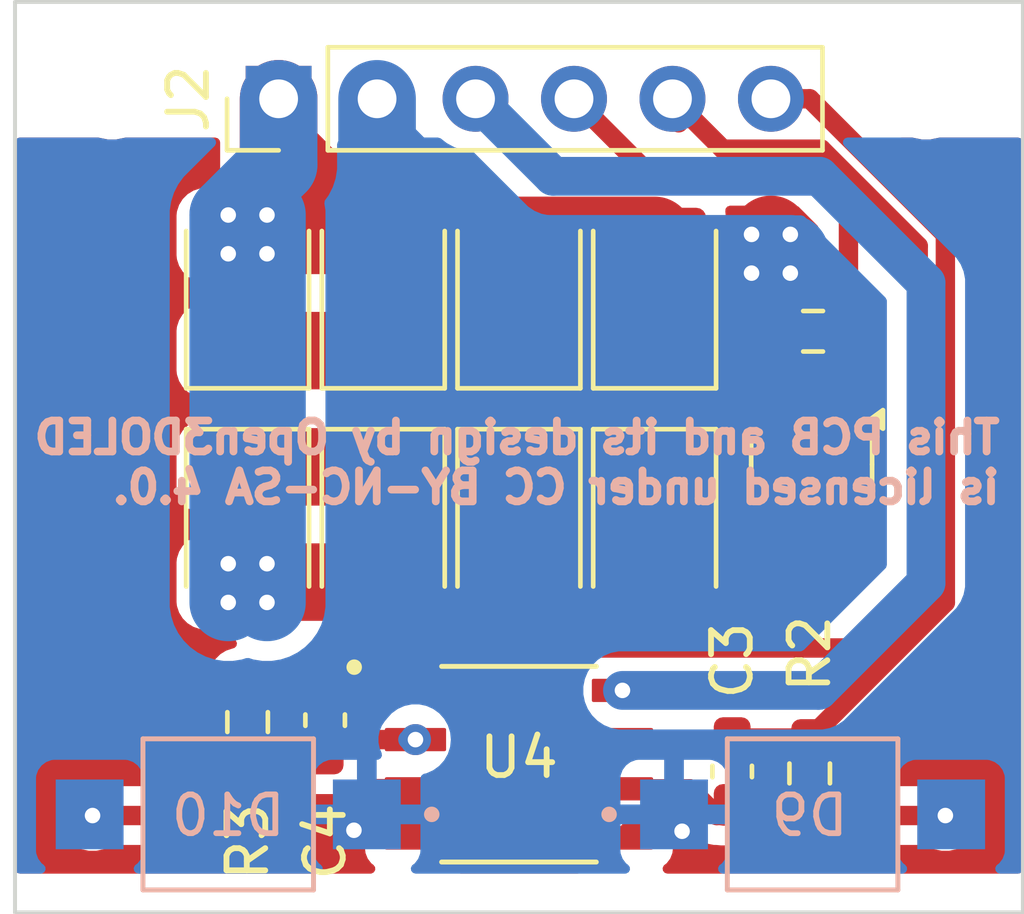
<source format=kicad_pcb>
(kicad_pcb (version 20240108) (generator "pcbnew") (generator_version "8.0")
  (layers (0 "F.Cu" signal) (31 "B.Cu" signal) (34 "B.Paste" user) (35 "F.Paste" user) (36 "B.SilkS" user "B.Silkscreen") (37 "F.SilkS" user "F.Silkscreen") (38 "B.Mask" user) (39 "F.Mask" user) (44 "Edge.Cuts" user))
  (net 0 "")
  (net 1 "Net-(U4-VINB-)")
  (net 2 "Net-(U4-VINA-)")
  (net 3 "/RIGHT_SIGNAL_2")
  (net 4 "/LEFT_SIGNAL_2")
  (net 5 "/LED_POWER_2")
  (net 6 "GND2")
  (net 7 "/LED_CONTROL_2")
  (net 8 "/VCC_2")
  (net 9 "/LED_MOSFET_2")
  (footprint "Resistor_SMD:R_0603_1608Metric_Pad0.98x0.95mm_HandSolder" (layer "F.Cu") (at 112.0875 93.5 180)
    (property "Reference" "R1" (hide yes))
    (property "Value" "1000" (hide yes))
    (fp_line (start -0.254724 0.5225) (end 0.254724 0.5225) (stroke (width 0.12)) (layer "F.SilkS"))
    (fp_line (start -0.254724 -0.5225) (end 0.254724 -0.5225) (stroke (width 0.12)) (layer "F.SilkS"))
    (pad "1" smd roundrect (at -0.9125 0 180) (size 0.975 0.95) (layers "F.Cu" "F.Paste" "F.Mask") (net 7 "/LED_CONTROL_2"))
    (pad "2" smd roundrect (at 0.9125 0 180) (size 0.975 0.95) (layers "F.Cu" "F.Paste" "F.Mask") (net 6 "GND2"))
  )
  (footprint "LED_SMD:LED_1210_3225Metric_Pad1.42x2.65mm_HandSolder" (layer "F.Cu") (at 101 92.5125 90)
    (property "Reference" "D6" (hide yes))
    (property "Value" "LED" (hide yes))
    (fp_line (start 1.6 -1.585) (end -2.46 -1.585) (stroke (width 0.12)) (layer "F.SilkS"))
    (fp_line (start -2.46 -1.585) (end -2.46 1.585) (stroke (width 0.12)) (layer "F.SilkS"))
    (fp_line (start -2.46 1.585) (end 1.6 1.585) (stroke (width 0.12)) (layer "F.SilkS"))
    (pad "1" smd roundrect (at -1.4875 0 90) (size 1.425 2.65) (layers "F.Cu" "F.Paste" "F.Mask") (roundrect_rratio 0.175439) (net 9 "/LED_MOSFET_2"))
    (pad "2" smd roundrect (at 1.4875 0 90) (size 1.425 2.65) (layers "F.Cu" "F.Paste" "F.Mask") (roundrect_rratio 0.175439) (net 5 "/LED_POWER_2"))
  )
  (footprint "LED_SMD:LED_1210_3225Metric_Pad1.42x2.65mm_HandSolder" (layer "F.Cu") (at 104.5 92.5125 90)
    (property "Reference" "D7" (hide yes))
    (property "Value" "LED" (hide yes))
    (fp_line (start 1.6 -1.585) (end -2.46 -1.585) (stroke (width 0.12)) (layer "F.SilkS"))
    (fp_line (start -2.46 -1.585) (end -2.46 1.585) (stroke (width 0.12)) (layer "F.SilkS"))
    (fp_line (start -2.46 1.585) (end 1.6 1.585) (stroke (width 0.12)) (layer "F.SilkS"))
    (pad "1" smd roundrect (at -1.4875 0 90) (size 1.425 2.65) (layers "F.Cu" "F.Paste" "F.Mask") (roundrect_rratio 0.175439) (net 9 "/LED_MOSFET_2"))
    (pad "2" smd roundrect (at 1.4875 0 90) (size 1.425 2.65) (layers "F.Cu" "F.Paste" "F.Mask") (roundrect_rratio 0.175439) (net 5 "/LED_POWER_2"))
  )
  (footprint "LED_SMD:LED_1210_3225Metric_Pad1.42x2.65mm_HandSolder" (layer "F.Cu") (at 97.5 92.5125 90)
    (property "Reference" "D5" (hide yes))
    (property "Value" "LED" (hide yes))
    (fp_line (start 1.6 -1.585) (end -2.46 -1.585) (stroke (width 0.12)) (layer "F.SilkS"))
    (fp_line (start -2.46 -1.585) (end -2.46 1.585) (stroke (width 0.12)) (layer "F.SilkS"))
    (fp_line (start -2.46 1.585) (end 1.6 1.585) (stroke (width 0.12)) (layer "F.SilkS"))
    (pad "1" smd roundrect (at -1.4875 0 90) (size 1.425 2.65) (layers "F.Cu" "F.Paste" "F.Mask") (roundrect_rratio 0.175439) (net 9 "/LED_MOSFET_2"))
    (pad "2" smd roundrect (at 1.4875 0 90) (size 1.425 2.65) (layers "F.Cu" "F.Paste" "F.Mask") (roundrect_rratio 0.175439) (net 5 "/LED_POWER_2"))
  )
  (footprint "LED_SMD:LED_1210_3225Metric_Pad1.42x2.65mm_HandSolder" (layer "F.Cu") (at 108 98.4875 -90)
    (property "Reference" "D1" (hide yes))
    (property "Value" "LED" (hide yes))
    (fp_line (start -2.46 1.585) (end 1.6 1.585) (stroke (width 0.12)) (layer "F.SilkS"))
    (fp_line (start -2.46 -1.585) (end -2.46 1.585) (stroke (width 0.12)) (layer "F.SilkS"))
    (fp_line (start 1.6 -1.585) (end -2.46 -1.585) (stroke (width 0.12)) (layer "F.SilkS"))
    (pad "1" smd roundrect (at -1.4875 0 270) (size 1.425 2.65) (layers "F.Cu" "F.Paste" "F.Mask") (roundrect_rratio 0.175439) (net 9 "/LED_MOSFET_2"))
    (pad "2" smd roundrect (at 1.4875 0 270) (size 1.425 2.65) (layers "F.Cu" "F.Paste" "F.Mask") (roundrect_rratio 0.175439) (net 5 "/LED_POWER_2"))
  )
  (footprint "Package_TO_SOT_SMD:SOT-23" (layer "F.Cu") (at 112.05 96.9375 -90)
    (property "Reference" "Q1" (hide yes))
    (property "Value" "AO3400A" (hide yes))
    (fp_line (start 0 1.56) (end -0.65 1.56) (stroke (width 0.12)) (layer "F.SilkS"))
    (fp_line (start 0 1.56) (end 0.65 1.56) (stroke (width 0.12)) (layer "F.SilkS"))
    (fp_line (start 0 -1.56) (end -0.65 -1.56) (stroke (width 0.12)) (layer "F.SilkS"))
    (fp_line (start 0 -1.56) (end 0.65 -1.56) (stroke (width 0.12)) (layer "F.SilkS"))
    (fp_poly (pts (xy -1.1625 -1.51) (xy -1.4025 -1.84) (xy -0.9225 -1.84) (xy -1.1625 -1.51)) (stroke (width 0.12)) (fill solid) (layer "F.SilkS"))
    (pad "1" smd roundrect (at -0.9375 -0.95 270) (size 1.475 0.6) (layers "F.Cu" "F.Paste" "F.Mask") (net 7 "/LED_CONTROL_2"))
    (pad "2" smd roundrect (at -0.9375 0.95 270) (size 1.475 0.6) (layers "F.Cu" "F.Paste" "F.Mask") (net 6 "GND2"))
    (pad "3" smd roundrect (at 0.9375 0 270) (size 1.475 0.6) (layers "F.Cu" "F.Paste" "F.Mask") (net 9 "/LED_MOSFET_2"))
  )
  (footprint "Capacitor_SMD:C_0603_1608Metric_Pad1.08x0.95mm_HandSolder" (layer "F.Cu") (at 99.5 103.5375 -90)
    (property "Reference" "C4" (at 3.1375 0 90) (layer "F.SilkS"))
    (property "Value" "47pF" (hide yes))
    (fp_line (start -0.146267 0.51) (end 0.146267 0.51) (stroke (width 0.12)) (layer "F.SilkS"))
    (fp_line (start -0.146267 -0.51) (end 0.146267 -0.51) (stroke (width 0.12)) (layer "F.SilkS"))
    (pad "1" smd roundrect (at -0.8625 0 270) (size 1.075 0.95) (layers "F.Cu" "F.Paste" "F.Mask") (net 4 "/LEFT_SIGNAL_2"))
    (pad "2" smd roundrect (at 0.8625 0 270) (size 1.075 0.95) (layers "F.Cu" "F.Paste" "F.Mask") (net 2 "Net-(U4-VINA-)"))
  )
  (footprint "Library:MountingHole_1.6mm_M1.4_ISO7380" (layer "F.Cu") (at 94 87.5)
    (property "Reference" "H3" (hide yes))
    (property "Value" "MountingHole" (hide yes))
    (pad "" np_thru_hole circle (at 0 0) (size 1.6 1.6) (drill 1.6) (layers "F&B.Cu" "*.Mask"))
  )
  (footprint "Capacitor_SMD:C_0603_1608Metric_Pad1.08x0.95mm_HandSolder" (layer "F.Cu") (at 110 104.8625 90)
    (property "Reference" "C3" (at 2.8625 0 -90) (layer "F.SilkS"))
    (property "Value" "47pF" (hide yes))
    (fp_line (start -0.146267 -0.51) (end 0.146267 -0.51) (stroke (width 0.12)) (layer "F.SilkS"))
    (fp_line (start -0.146267 0.51) (end 0.146267 0.51) (stroke (width 0.12)) (layer "F.SilkS"))
    (pad "1" smd roundrect (at -0.8625 0 90) (size 1.075 0.95) (layers "F.Cu" "F.Paste" "F.Mask") (net 1 "Net-(U4-VINB-)"))
    (pad "2" smd roundrect (at 0.8625 0 90) (size 1.075 0.95) (layers "F.Cu" "F.Paste" "F.Mask") (net 3 "/RIGHT_SIGNAL_2"))
  )
  (footprint "LED_SMD:LED_1210_3225Metric_Pad1.42x2.65mm_HandSolder" (layer "F.Cu") (at 97.5 98.4875 -90)
    (property "Reference" "D4" (hide yes))
    (property "Value" "LED" (hide yes))
    (fp_line (start -2.46 1.585) (end 1.6 1.585) (stroke (width 0.12)) (layer "F.SilkS"))
    (fp_line (start -2.46 -1.585) (end -2.46 1.585) (stroke (width 0.12)) (layer "F.SilkS"))
    (fp_line (start 1.6 -1.585) (end -2.46 -1.585) (stroke (width 0.12)) (layer "F.SilkS"))
    (pad "1" smd roundrect (at -1.4875 0 270) (size 1.425 2.65) (layers "F.Cu" "F.Paste" "F.Mask") (roundrect_rratio 0.175439) (net 9 "/LED_MOSFET_2"))
    (pad "2" smd roundrect (at 1.4875 0 270) (size 1.425 2.65) (layers "F.Cu" "F.Paste" "F.Mask") (roundrect_rratio 0.175439) (net 5 "/LED_POWER_2"))
  )
  (footprint "Resistor_SMD:R_0603_1608Metric_Pad0.98x0.95mm_HandSolder" (layer "F.Cu") (at 97.5 103.5875 90)
    (property "Reference" "R3" (at -3.0875 0 -90) (layer "F.SilkS"))
    (property "Value" "510k" (hide yes))
    (fp_line (start -0.254724 -0.5225) (end 0.254724 -0.5225) (stroke (width 0.12)) (layer "F.SilkS"))
    (fp_line (start -0.254724 0.5225) (end 0.254724 0.5225) (stroke (width 0.12)) (layer "F.SilkS"))
    (pad "1" smd roundrect (at -0.9125 0 90) (size 0.975 0.95) (layers "F.Cu" "F.Paste" "F.Mask") (net 2 "Net-(U4-VINA-)"))
    (pad "2" smd roundrect (at 0.9125 0 90) (size 0.975 0.95) (layers "F.Cu" "F.Paste" "F.Mask") (net 4 "/LEFT_SIGNAL_2"))
  )
  (footprint "LED_SMD:LED_1210_3225Metric_Pad1.42x2.65mm_HandSolder" (layer "F.Cu") (at 104.5 98.4875 -90)
    (property "Reference" "D2" (hide yes))
    (property "Value" "LED" (hide yes))
    (fp_line (start -2.46 1.585) (end 1.6 1.585) (stroke (width 0.12)) (layer "F.SilkS"))
    (fp_line (start -2.46 -1.585) (end -2.46 1.585) (stroke (width 0.12)) (layer "F.SilkS"))
    (fp_line (start 1.6 -1.585) (end -2.46 -1.585) (stroke (width 0.12)) (layer "F.SilkS"))
    (pad "1" smd roundrect (at -1.4875 0 270) (size 1.425 2.65) (layers "F.Cu" "F.Paste" "F.Mask") (roundrect_rratio 0.175439) (net 9 "/LED_MOSFET_2"))
    (pad "2" smd roundrect (at 1.4875 0 270) (size 1.425 2.65) (layers "F.Cu" "F.Paste" "F.Mask") (roundrect_rratio 0.175439) (net 5 "/LED_POWER_2"))
  )
  (footprint "MCP6022-I_SN:SOIC127P599X175-8N" (layer "F.Cu") (at 104.5 104.675)
    (property "Reference" "U4" (at 0 -0.175 0) (layer "F.SilkS"))
    (property "Value" "MCP6022-I_SN" (hide yes))
    (fp_line (start -1.995 -2.525) (end 1.995 -2.525) (stroke (width 0.127)) (layer "F.SilkS"))
    (fp_line (start -1.995 2.525) (end 1.995 2.525) (stroke (width 0.127)) (layer "F.SilkS"))
    (fp_circle (center -4.25 -2.505) (end -4.15 -2.505) (stroke (width 0.2)) (fill none) (layer "F.SilkS"))
    (pad "1" smd roundrect (at -2.67 -1.905) (size 1.58 0.6) (layers "F.Cu" "F.Paste" "F.Mask") (roundrect_rratio 0.07) (net 4 "/LEFT_SIGNAL_2"))
    (pad "2" smd roundrect (at -2.67 -0.635) (size 1.58 0.6) (layers "F.Cu" "F.Paste" "F.Mask") (roundrect_rratio 0.07) (net 2 "Net-(U4-VINA-)"))
    (pad "3" smd roundrect (at -2.67 0.635) (size 1.58 0.6) (layers "F.Cu" "F.Paste" "F.Mask") (roundrect_rratio 0.07) (net 6 "GND2"))
    (pad "4" smd roundrect (at -2.67 1.905) (size 1.58 0.6) (layers "F.Cu" "F.Paste" "F.Mask") (roundrect_rratio 0.07) (net 6 "GND2"))
    (pad "5" smd roundrect (at 2.67 1.905) (size 1.58 0.6) (layers "F.Cu" "F.Paste" "F.Mask") (roundrect_rratio 0.07) (net 6 "GND2"))
    (pad "6" smd roundrect (at 2.67 0.635) (size 1.58 0.6) (layers "F.Cu" "F.Paste" "F.Mask") (roundrect_rratio 0.07) (net 1 "Net-(U4-VINB-)"))
    (pad "7" smd roundrect (at 2.67 -0.635) (size 1.58 0.6) (layers "F.Cu" "F.Paste" "F.Mask") (roundrect_rratio 0.07) (net 3 "/RIGHT_SIGNAL_2"))
    (pad "8" smd roundrect (at 2.67 -1.905) (size 1.58 0.6) (layers "F.Cu" "F.Paste" "F.Mask") (roundrect_rratio 0.07) (net 8 "/VCC_2"))
  )
  (footprint "Connector_PinHeader_2.54mm:PinHeader_1x06_P2.54mm_Vertical" (layer "F.Cu") (at 98.3 87.5 90)
    (property "Reference" "J2" (at 0 -2.33 -90) (layer "F.SilkS"))
    (property "Value" "Conn_01x06_Pin" (hide yes))
    (fp_line (start -1.33 -1.33) (end 0 -1.33) (stroke (width 0.12)) (layer "F.SilkS"))
    (fp_line (start -1.33 0) (end -1.33 -1.33) (stroke (width 0.12)) (layer "F.SilkS"))
    (fp_line (start 1.33 1.27) (end 1.33 14.03) (stroke (width 0.12)) (layer "F.SilkS"))
    (fp_line (start -1.33 1.27) (end 1.33 1.27) (stroke (width 0.12)) (layer "F.SilkS"))
    (fp_line (start -1.33 1.27) (end -1.33 14.03) (stroke (width 0.12)) (layer "F.SilkS"))
    (fp_line (start -1.33 14.03) (end 1.33 14.03) (stroke (width 0.12)) (layer "F.SilkS"))
    (pad "1" thru_hole rect (at 0 0 90) (size 1.7 1.7) (drill 1) (layers "*.Cu" "*.Mask") (net 5 "/LED_POWER_2"))
    (pad "2" thru_hole oval (at 0 2.54 90) (size 1.7 1.7) (drill 1) (layers "*.Cu" "*.Mask") (net 6 "GND2"))
    (pad "3" thru_hole oval (at 0 5.08 90) (size 1.7 1.7) (drill 1) (layers "*.Cu" "*.Mask") (net 8 "/VCC_2"))
    (pad "4" thru_hole oval (at 0 7.62 90) (size 1.7 1.7) (drill 1) (layers "*.Cu" "*.Mask") (net 7 "/LED_CONTROL_2"))
    (pad "5" thru_hole oval (at 0 10.16 90) (size 1.7 1.7) (drill 1) (layers "*.Cu" "*.Mask") (net 4 "/LEFT_SIGNAL_2"))
    (pad "6" thru_hole oval (at 0 12.7 90) (size 1.7 1.7) (drill 1) (layers "*.Cu" "*.Mask") (net 3 "/RIGHT_SIGNAL_2"))
  )
  (footprint "LED_SMD:LED_1210_3225Metric_Pad1.42x2.65mm_HandSolder" (layer "F.Cu") (at 108 92.5125 90)
    (property "Reference" "D8" (hide yes))
    (property "Value" "LED" (hide yes))
    (fp_line (start 1.6 -1.585) (end -2.46 -1.585) (stroke (width 0.12)) (layer "F.SilkS"))
    (fp_line (start -2.46 -1.585) (end -2.46 1.585) (stroke (width 0.12)) (layer "F.SilkS"))
    (fp_line (start -2.46 1.585) (end 1.6 1.585) (stroke (width 0.12)) (layer "F.SilkS"))
    (pad "1" smd roundrect (at -1.4875 0 90) (size 1.425 2.65) (layers "F.Cu" "F.Paste" "F.Mask") (roundrect_rratio 0.175439) (net 9 "/LED_MOSFET_2"))
    (pad "2" smd roundrect (at 1.4875 0 90) (size 1.425 2.65) (layers "F.Cu" "F.Paste" "F.Mask") (roundrect_rratio 0.175439) (net 5 "/LED_POWER_2"))
  )
  (footprint "LED_SMD:LED_1210_3225Metric_Pad1.42x2.65mm_HandSolder" (layer "F.Cu") (at 101 98.4875 -90)
    (property "Reference" "D3" (hide yes))
    (property "Value" "LED" (hide yes))
    (fp_line (start -2.46 1.585) (end 1.6 1.585) (stroke (width 0.12)) (layer "F.SilkS"))
    (fp_line (start -2.46 -1.585) (end -2.46 1.585) (stroke (width 0.12)) (layer "F.SilkS"))
    (fp_line (start 1.6 -1.585) (end -2.46 -1.585) (stroke (width 0.12)) (layer "F.SilkS"))
    (pad "1" smd roundrect (at -1.4875 0 270) (size 1.425 2.65) (layers "F.Cu" "F.Paste" "F.Mask") (roundrect_rratio 0.175439) (net 9 "/LED_MOSFET_2"))
    (pad "2" smd roundrect (at 1.4875 0 270) (size 1.425 2.65) (layers "F.Cu" "F.Paste" "F.Mask") (roundrect_rratio 0.175439) (net 5 "/LED_POWER_2"))
  )
  (footprint "Resistor_SMD:R_0603_1608Metric_Pad0.98x0.95mm_HandSolder" (layer "F.Cu") (at 112 104.9125 -90)
    (property "Reference" "R2" (at -3.0875 0 90) (layer "F.SilkS"))
    (property "Value" "510k" (hide yes))
    (fp_line (start -0.254724 0.5225) (end 0.254724 0.5225) (stroke (width 0.12)) (layer "F.SilkS"))
    (fp_line (start -0.254724 -0.5225) (end 0.254724 -0.5225) (stroke (width 0.12)) (layer "F.SilkS"))
    (pad "1" smd roundrect (at -0.9125 0 270) (size 0.975 0.95) (layers "F.Cu" "F.Paste" "F.Mask") (net 3 "/RIGHT_SIGNAL_2"))
    (pad "2" smd roundrect (at 0.9125 0 270) (size 0.975 0.95) (layers "F.Cu" "F.Paste" "F.Mask") (net 1 "Net-(U4-VINB-)"))
  )
  (footprint "Library:MountingHole_1.6mm_M1.4_ISO7380" (layer "F.Cu") (at 115 87.5)
    (property "Reference" "H4" (hide yes))
    (property "Value" "MountingHole" (hide yes))
    (pad "" np_thru_hole circle (at 0 0) (size 1.6 1.6) (drill 1.6) (layers "F&B.Cu" "*.Mask"))
  )
  (footprint "VBPW34S:XDCR_VBPW34S" (layer "B.Cu") (at 112.075 105.97)
    (property "Reference" "D9" (at -0.075 0.03 0) (layer "B.SilkS") (effects (justify mirror)))
    (property "Value" "VBPW34S" (hide yes))
    (fp_line (start -2.2 -1.95) (end -2.2 1.95) (stroke (width 0.127)) (layer "B.SilkS"))
    (fp_line (start -2.2 1.95) (end 2.2 1.95) (stroke (width 0.127)) (layer "B.SilkS"))
    (fp_line (start 2.2 -1.95) (end -2.2 -1.95) (stroke (width 0.127)) (layer "B.SilkS"))
    (fp_line (start 2.2 1.95) (end 2.2 -1.95) (stroke (width 0.127)) (layer "B.SilkS"))
    (fp_circle (center -5.25 0) (end -5.15 0) (stroke (width 0.2)) (fill none) (layer "B.SilkS"))
    (pad "A" smd rect (at 3.575 0) (size 1.75 1.8) (layers "B.Cu" "B.Paste" "B.Mask") (net 1 "Net-(U4-VINB-)"))
    (pad "K" smd rect (at -3.575 0) (size 1.75 1.8) (layers "B.Cu" "B.Paste" "B.Mask") (net 6 "GND2"))
  )
  (footprint "VBPW34S:XDCR_VBPW34S" (layer "B.Cu") (at 97 105.97 180)
    (property "Reference" "D10" (at 0 -0.03 180) (layer "B.SilkS") (effects (justify mirror)))
    (property "Value" "VBPW34S" (hide yes))
    (fp_line (start 2.2 1.95) (end 2.2 -1.95) (stroke (width 0.127)) (layer "B.SilkS"))
    (fp_line (start 2.2 -1.95) (end -2.2 -1.95) (stroke (width 0.127)) (layer "B.SilkS"))
    (fp_line (start -2.2 1.95) (end 2.2 1.95) (stroke (width 0.127)) (layer "B.SilkS"))
    (fp_line (start -2.2 -1.95) (end -2.2 1.95) (stroke (width 0.127)) (layer "B.SilkS"))
    (fp_circle (center -5.25 0) (end -5.15 0) (stroke (width 0.2)) (fill none) (layer "B.SilkS"))
    (pad "A" smd rect (at 3.575 0 180) (size 1.75 1.8) (layers "B.Cu" "B.Paste" "B.Mask") (net 2 "Net-(U4-VINA-)"))
    (pad "K" smd rect (at -3.575 0 180) (size 1.75 1.8) (layers "B.Cu" "B.Paste" "B.Mask") (net 6 "GND2"))
  )
  (gr_line (start 91.5 108.5) (end 117.5 108.5) (stroke (width 0.1)) (layer "Edge.Cuts"))
  (gr_line (start 117.5 85) (end 117.5 108.5) (stroke (width 0.1)) (layer "Edge.Cuts"))
  (gr_line (start 91.5 85) (end 117.5 85) (stroke (width 0.1)) (layer "Edge.Cuts"))
  (gr_line (start 91.5 108.5) (end 91.5 85) (stroke (width 0.1)) (layer "Edge.Cuts"))
  (gr_text "This PCB and its design by Open3DOLED \nis licensed under CC BY-NC-SA 4.0." (at 117 98 0) (layer "B.SilkS") (effects (font (size 0.8 0.8) (thickness 0.2) (bold yes)) (justify left bottom mirror)))
  (segment (start 109.5 105.9) (end 108.91 105.31) (width 0.5) (layer "F.Cu") (net 1))
  (segment (start 109.6 106) (end 109.5 105.9) (width 0.5) (layer "F.Cu") (net 1))
  (segment (start 108.91 105.31) (end 107.17 105.31) (width 0.5) (layer "F.Cu") (net 1))
  (segment (start 111.5 106) (end 109.6 106) (width 0.5) (layer "F.Cu") (net 1))
  (segment (start 111.5 106) (end 115.5 106) (width 0.5) (layer "F.Cu") (net 1))
  (via (at 115.5 106) (size 0.8) (drill 0.4) (layers "F.Cu" "B.Cu") (net 1))
  (segment (start 115.53 105.97) (end 115.5 106) (width 0.5) (layer "B.Cu") (net 1))
  (segment (start 115.65 105.97) (end 115.53 105.97) (width 0.5) (layer "B.Cu") (net 1))
  (segment (start 96 106) (end 97.5 104.5) (width 0.5) (layer "F.Cu") (net 2))
  (segment (start 99.5 104.4) (end 99.86 104.04) (width 0.5) (layer "F.Cu") (net 2))
  (segment (start 93.5 106) (end 96 106) (width 0.5) (layer "F.Cu") (net 2))
  (segment (start 99.86 104.04) (end 101.83 104.04) (width 0.5) (layer "F.Cu") (net 2))
  (segment (start 99.4 104.5) (end 99.5 104.4) (width 0.5) (layer "F.Cu") (net 2))
  (segment (start 97.5 104.5) (end 99.4 104.5) (width 0.5) (layer "F.Cu") (net 2))
  (via (at 101.83 104.04) (size 0.8) (drill 0.4) (layers "F.Cu" "B.Cu") (net 2))
  (via (at 93.5 106) (size 0.8) (drill 0.4) (layers "F.Cu" "B.Cu") (net 2))
  (segment (start 93.395 106) (end 93.425 105.97) (width 0.5) (layer "B.Cu") (net 2))
  (segment (start 93.455 105.94) (end 93.5 105.895) (width 0.5) (layer "B.Cu") (net 2))
  (segment (start 93.5 106) (end 93.395 106) (width 0.5) (layer "B.Cu") (net 2))
  (segment (start 93.5 105.895) (end 93.5 106) (width 0.5) (layer "B.Cu") (net 2))
  (segment (start 101.83 104.04) (end 101.635 104.04) (width 0.5) (layer "B.Cu") (net 2))
  (segment (start 112 104) (end 115.5 100.5) (width 0.5) (layer "F.Cu") (net 3))
  (segment (start 115.5 100.5) (end 115.5 91) (width 0.5) (layer "F.Cu") (net 3))
  (segment (start 110 104) (end 112 104) (width 0.5) (layer "F.Cu") (net 3))
  (segment (start 115.5 91) (end 112 87.5) (width 0.5) (layer "F.Cu") (net 3))
  (segment (start 107.17 104.04) (end 109.96 104.04) (width 0.5) (layer "F.Cu") (net 3))
  (segment (start 109.96 104.04) (end 110 104) (width 0.5) (layer "F.Cu") (net 3))
  (segment (start 112 87.5) (end 111 87.5) (width 0.5) (layer "F.Cu") (net 3))
  (segment (start 112.3 88.8) (end 109.76 88.8) (width 0.5) (layer "F.Cu") (net 4))
  (segment (start 114.8 91.3) (end 112.3 88.8) (width 0.5) (layer "F.Cu") (net 4))
  (segment (start 101.83 102.77) (end 102.925 101.675) (width 0.5) (layer "F.Cu") (net 4))
  (segment (start 101.83 102.77) (end 99.595 102.77) (width 0.5) (layer "F.Cu") (net 4))
  (segment (start 114.8 100.2) (end 114.8 91.3) (width 0.5) (layer "F.Cu") (net 4))
  (segment (start 99.595 102.77) (end 99.5 102.675) (width 0.5) (layer "F.Cu") (net 4))
  (segment (start 113.325 101.675) (end 114.8 100.2) (width 0.5) (layer "F.Cu") (net 4))
  (segment (start 108.62 88.12) (end 108.62 88) (width 0.5) (layer "F.Cu") (net 4))
  (segment (start 109.76 88.8) (end 108.46 87.5) (width 0.5) (layer "F.Cu") (net 4))
  (segment (start 102.925 101.675) (end 113.325 101.675) (width 0.5) (layer "F.Cu") (net 4))
  (segment (start 97.5 102.675) (end 99.5 102.675) (width 0.5) (layer "F.Cu") (net 4))
  (segment (start 108 99.975) (end 97.5 99.975) (width 2) (layer "F.Cu") (net 5))
  (segment (start 98.3 88.8) (end 100 90.5) (width 2) (layer "F.Cu") (net 5))
  (segment (start 98.3 87.5) (end 98.3 90.225) (width 2) (layer "F.Cu") (net 5))
  (segment (start 98.3 90.225) (end 97.5 91.025) (width 2) (layer "F.Cu") (net 5))
  (segment (start 97.5 91.025) (end 108 91.025) (width 2) (layer "F.Cu") (net 5))
  (segment (start 98.3 87.5) (end 98.3 88.8) (width 2) (layer "F.Cu") (net 5))
  (via (at 98 99.5) (size 0.8) (drill 0.4) (layers "F.Cu" "B.Cu") (net 5))
  (via (at 97 99.5) (size 0.8) (drill 0.4) (layers "F.Cu" "B.Cu") (net 5))
  (via (at 98 90.5) (size 0.8) (drill 0.4) (layers "F.Cu" "B.Cu") (net 5))
  (via (at 97 100.5) (size 0.8) (drill 0.4) (layers "F.Cu" "B.Cu") (net 5))
  (via (at 97 90.5) (size 0.8) (drill 0.4) (layers "F.Cu" "B.Cu") (net 5))
  (via (at 97 91.5) (size 0.8) (drill 0.4) (layers "F.Cu" "B.Cu") (net 5))
  (via (at 98 100.5) (size 0.8) (drill 0.4) (layers "F.Cu" "B.Cu") (net 5))
  (via (at 98 91.5) (size 0.8) (drill 0.4) (layers "F.Cu" "B.Cu") (net 5))
  (segment (start 98.3 89.2) (end 97 90.5) (width 2) (layer "B.Cu") (net 5))
  (segment (start 98 90.5) (end 98 100.5) (width 2) (layer "B.Cu") (net 5))
  (segment (start 97 90.5) (end 97 100.5) (width 2) (layer "B.Cu") (net 5))
  (segment (start 98.3 87.5) (end 98.3 89.2) (width 2) (layer "B.Cu") (net 5))
  (segment (start 101.629931 106.379931) (end 101.83 106.58) (width 0.5) (layer "F.Cu") (net 6))
  (segment (start 100.24271 106.379931) (end 101.629931 106.379931) (width 0.5) (layer "F.Cu") (net 6))
  (segment (start 100.760069 106.379931) (end 101.83 105.31) (width 0.5) (layer "F.Cu") (net 6))
  (segment (start 111.1 96) (end 111.1 91.1) (width 2) (layer "F.Cu") (net 6))
  (segment (start 111.1 91.1) (end 111 91) (width 2) (layer "F.Cu") (net 6))
  (segment (start 100.24271 106.379931) (end 100.760069 106.379931) (width 0.5) (layer "F.Cu") (net 6))
  (segment (start 107.34434 106.40566) (end 107.17 106.58) (width 0.5) (layer "F.Cu") (net 6))
  (segment (start 108.707519 106.40566) (end 107.34434 106.40566) (width 0.5) (layer "F.Cu") (net 6))
  (via (at 108.707519 106.40566) (size 0.8) (drill 0.4) (layers "F.Cu" "B.Cu") (net 6))
  (via (at 111.5 91) (size 0.8) (drill 0.4) (layers "F.Cu" "B.Cu") (net 6))
  (via (at 110.5 92) (size 0.8) (drill 0.4) (layers "F.Cu" "B.Cu") (net 6))
  (via (at 100.24271 106.379931) (size 0.8) (drill 0.4) (layers "F.Cu" "B.Cu") (net 6))
  (via (at 111.5 92) (size 0.8) (drill 0.4) (layers "F.Cu" "B.Cu") (net 6))
  (via (at 110.5 91) (size 0.8) (drill 0.4) (layers "F.Cu" "B.Cu") (net 6))
  (segment (start 100.84 88.702081) (end 103.637919 91.5) (width 2) (layer "B.Cu") (net 6))
  (segment (start 103.637919 91.5) (end 111.5 91.5) (width 2) (layer "B.Cu") (net 6))
  (segment (start 100.5 106.122641) (end 100.5 106) (width 0.5) (layer "B.Cu") (net 6))
  (segment (start 100.84 87.5) (end 100.84 88.702081) (width 2) (layer "B.Cu") (net 6))
  (segment (start 100.24271 106.379931) (end 100.5 106.122641) (width 0.5) (layer "B.Cu") (net 6))
  (segment (start 107.92 89.5) (end 112 89.5) (width 0.5) (layer "F.Cu") (net 7))
  (segment (start 105.92 87.5) (end 107.92 89.5) (width 0.5) (layer "F.Cu") (net 7))
  (segment (start 112 89.5) (end 113 90.5) (width 0.5) (layer "F.Cu") (net 7))
  (segment (start 113 90.5) (end 113 96) (width 0.5) (layer "F.Cu") (net 7))
  (via (at 107.17 102.77) (size 0.8) (drill 0.4) (layers "F.Cu" "B.Cu") (net 8))
  (segment (start 105.38 89.5) (end 103.38 87.5) (width 1) (layer "B.Cu") (net 8))
  (segment (start 112.25 89.5) (end 105.38 89.5) (width 1) (layer "B.Cu") (net 8))
  (segment (start 115 92.25) (end 112.25 89.5) (width 1) (layer "B.Cu") (net 8))
  (segment (start 107.17 102.77) (end 112.23 102.77) (width 1) (layer "B.Cu") (net 8))
  (segment (start 115 100) (end 115 92.25) (width 1) (layer "B.Cu") (net 8))
  (segment (start 112.23 102.77) (end 115 100) (width 1) (layer "B.Cu") (net 8))
  (segment (start 97.5 97) (end 108 97) (width 2) (layer "F.Cu") (net 9))
  (segment (start 112.01127 98.2) (end 112.193135 98.018135) (width 2) (layer "F.Cu") (net 9))
  (segment (start 109.518135 98.018135) (end 110.006865 98.018135) (width 2) (layer "F.Cu") (net 9))
  (segment (start 108.5 97) (end 109.518135 98.018135) (width 2) (layer "F.Cu") (net 9))
  (segment (start 97.5 94) (end 108 94) (width 2) (layer "F.Cu") (net 9))
  (segment (start 110.006865 98.018135) (end 110.18873 98.2) (width 2) (layer "F.Cu") (net 9))
  (segment (start 108 97) (end 108 94) (width 2) (layer "F.Cu") (net 9))
  (segment (start 110.18873 98.2) (end 112.01127 98.2) (width 2) (layer "F.Cu") (net 9))
  (segment (start 108 97) (end 108.5 97) (width 2) (layer "F.Cu") (net 9))
  (zone (net 6) (net_name "GND2") (layers "F&B.Cu") (priority 1) (connect_pads (clearance 0.508)) (min_thickness 0.254) (fill yes (thermal_gap 0.508) (thermal_bridge_width 0.508))
    (polygon (pts (xy 91.5 88.5) (xy 117.5 88.5) (xy 117.5 107.5) (xy 91.5 107.5)))
  )
)
</source>
